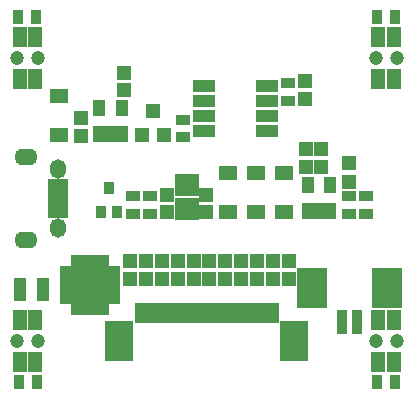
<source format=gbr>
G04 #@! TF.GenerationSoftware,KiCad,Pcbnew,(5.0.0)*
G04 #@! TF.CreationDate,2019-12-04T16:08:42-05:00*
G04 #@! TF.ProjectId,Watchy,5761746368792E6B696361645F706362,rev?*
G04 #@! TF.SameCoordinates,Original*
G04 #@! TF.FileFunction,Soldermask,Bot*
G04 #@! TF.FilePolarity,Negative*
%FSLAX46Y46*%
G04 Gerber Fmt 4.6, Leading zero omitted, Abs format (unit mm)*
G04 Created by KiCad (PCBNEW (5.0.0)) date 12/04/19 16:08:42*
%MOMM*%
%LPD*%
G01*
G04 APERTURE LIST*
%ADD10R,1.300000X1.800000*%
%ADD11C,1.200000*%
%ADD12R,1.150000X1.200000*%
%ADD13R,1.600000X1.300000*%
%ADD14R,1.200000X1.200000*%
%ADD15R,0.900000X2.000000*%
%ADD16R,2.500000X3.400000*%
%ADD17R,1.200000X1.300000*%
%ADD18R,0.900000X1.300000*%
%ADD19R,1.300000X0.900000*%
%ADD20R,1.050000X1.460000*%
%ADD21R,1.950000X1.000000*%
%ADD22R,0.700000X1.700000*%
%ADD23R,2.400000X3.400000*%
%ADD24R,1.750000X0.800000*%
%ADD25O,1.350000X1.650000*%
%ADD26O,1.950000X1.400000*%
%ADD27R,2.000000X1.900000*%
%ADD28R,0.850000X1.100000*%
%ADD29R,1.050000X0.800000*%
%ADD30R,1.700000X1.700000*%
%ADD31R,1.250000X0.700000*%
%ADD32R,0.700000X1.250000*%
G04 APERTURE END LIST*
D10*
G04 #@! TO.C,SW1*
X100130000Y-104050000D03*
D11*
X101680000Y-105850000D03*
X99880000Y-105850000D03*
D10*
X101430000Y-104050000D03*
X101430000Y-107650000D03*
X100130000Y-107650000D03*
G04 #@! TD*
G04 #@! TO.C,SW4*
X71070000Y-107650000D03*
D11*
X69520000Y-105850000D03*
X71320000Y-105850000D03*
D10*
X69770000Y-107650000D03*
X69770000Y-104050000D03*
X71070000Y-104050000D03*
G04 #@! TD*
G04 #@! TO.C,SW2*
X100130000Y-80100000D03*
D11*
X101680000Y-81900000D03*
X99880000Y-81900000D03*
D10*
X101430000Y-80100000D03*
X101430000Y-83700000D03*
X100130000Y-83700000D03*
G04 #@! TD*
G04 #@! TO.C,SW3*
X71070000Y-83700000D03*
D11*
X69520000Y-81900000D03*
X71320000Y-81900000D03*
D10*
X69770000Y-83700000D03*
X69770000Y-80100000D03*
X71070000Y-80100000D03*
G04 #@! TD*
D12*
G04 #@! TO.C,C5*
X83120000Y-100610000D03*
X83120000Y-99110000D03*
G04 #@! TD*
G04 #@! TO.C,C16*
X78590000Y-84620000D03*
X78590000Y-83120000D03*
G04 #@! TD*
G04 #@! TO.C,C17*
X74940000Y-86960000D03*
X74940000Y-88460000D03*
G04 #@! TD*
G04 #@! TO.C,C20*
X93960000Y-89600000D03*
X93960000Y-91100000D03*
G04 #@! TD*
G04 #@! TO.C,C22*
X93940000Y-83840000D03*
X93940000Y-85340000D03*
G04 #@! TD*
D13*
G04 #@! TO.C,D4*
X73090000Y-88420000D03*
X73090000Y-85120000D03*
G04 #@! TD*
D14*
G04 #@! TO.C,D5*
X97610000Y-92400000D03*
X97610000Y-90800000D03*
G04 #@! TD*
D15*
G04 #@! TO.C,J3*
X98298000Y-104250000D03*
X97048000Y-104250000D03*
D16*
X94498000Y-101350000D03*
X100830000Y-101350000D03*
G04 #@! TD*
D17*
G04 #@! TO.C,Q3*
X81990000Y-88410000D03*
X80090000Y-88410000D03*
X81040000Y-86410000D03*
G04 #@! TD*
D18*
G04 #@! TO.C,R1*
X101510000Y-109300000D03*
X100010000Y-109300000D03*
G04 #@! TD*
D19*
G04 #@! TO.C,R4*
X80810000Y-95100000D03*
X80810000Y-93600000D03*
G04 #@! TD*
D18*
G04 #@! TO.C,R7*
X71200000Y-109300000D03*
X69700000Y-109300000D03*
G04 #@! TD*
D19*
G04 #@! TO.C,R12*
X83540000Y-88610000D03*
X83540000Y-87110000D03*
G04 #@! TD*
G04 #@! TO.C,R13*
X99110000Y-95100000D03*
X99110000Y-93600000D03*
G04 #@! TD*
G04 #@! TO.C,R14*
X97660000Y-95100000D03*
X97660000Y-93600000D03*
G04 #@! TD*
G04 #@! TO.C,R15*
X92500000Y-83990000D03*
X92500000Y-85490000D03*
G04 #@! TD*
D20*
G04 #@! TO.C,U2*
X78390000Y-86110000D03*
X76490000Y-86110000D03*
X76490000Y-88310000D03*
X77440000Y-88310000D03*
X78390000Y-88310000D03*
G04 #@! TD*
G04 #@! TO.C,U5*
X96060000Y-94800000D03*
X95110000Y-94800000D03*
X94160000Y-94800000D03*
X94160000Y-92600000D03*
X96060000Y-92600000D03*
G04 #@! TD*
D21*
G04 #@! TO.C,U6*
X90720000Y-88095000D03*
X90720000Y-86825000D03*
X90720000Y-85555000D03*
X90720000Y-84285000D03*
X85320000Y-84285000D03*
X85320000Y-85555000D03*
X85320000Y-86825000D03*
X85320000Y-88095000D03*
G04 #@! TD*
D12*
G04 #@! TO.C,C1*
X80420000Y-99110000D03*
X80420000Y-100610000D03*
G04 #@! TD*
G04 #@! TO.C,C2*
X81770000Y-100610000D03*
X81770000Y-99110000D03*
G04 #@! TD*
G04 #@! TO.C,C4*
X85560000Y-94950000D03*
X85560000Y-93450000D03*
G04 #@! TD*
G04 #@! TO.C,C6*
X82210000Y-94950000D03*
X82210000Y-93450000D03*
G04 #@! TD*
G04 #@! TO.C,C7*
X84470000Y-100610000D03*
X84470000Y-99110000D03*
G04 #@! TD*
G04 #@! TO.C,C8*
X85820000Y-99110000D03*
X85820000Y-100610000D03*
G04 #@! TD*
G04 #@! TO.C,C9*
X87170000Y-99110000D03*
X87170000Y-100610000D03*
G04 #@! TD*
G04 #@! TO.C,C10*
X88520000Y-99110000D03*
X88520000Y-100610000D03*
G04 #@! TD*
G04 #@! TO.C,C11*
X89870000Y-100610000D03*
X89870000Y-99110000D03*
G04 #@! TD*
G04 #@! TO.C,C12*
X91220000Y-99110000D03*
X91220000Y-100610000D03*
G04 #@! TD*
G04 #@! TO.C,C13*
X92570000Y-100610000D03*
X92570000Y-99110000D03*
G04 #@! TD*
G04 #@! TO.C,C14*
X79070000Y-100610000D03*
X79070000Y-99110000D03*
G04 #@! TD*
G04 #@! TO.C,C19*
X95300000Y-91100000D03*
X95300000Y-89600000D03*
G04 #@! TD*
D13*
G04 #@! TO.C,D1*
X92110000Y-91600000D03*
X92110000Y-94900000D03*
G04 #@! TD*
G04 #@! TO.C,D2*
X89760000Y-91600000D03*
X89760000Y-94900000D03*
G04 #@! TD*
G04 #@! TO.C,D3*
X87410000Y-91600000D03*
X87410000Y-94900000D03*
G04 #@! TD*
D22*
G04 #@! TO.C,J1*
X83840000Y-103470000D03*
X84340000Y-103470000D03*
X84840000Y-103470000D03*
X86840000Y-103470000D03*
X87340000Y-103470000D03*
X86340000Y-103470000D03*
X85840000Y-103470000D03*
X85340000Y-103470000D03*
X89340000Y-103470000D03*
X89840000Y-103470000D03*
X90340000Y-103470000D03*
X91340000Y-103470000D03*
X90840000Y-103470000D03*
X88840000Y-103470000D03*
X88340000Y-103470000D03*
X87840000Y-103470000D03*
X83340000Y-103470000D03*
X82840000Y-103470000D03*
X82340000Y-103470000D03*
X81840000Y-103470000D03*
X81340000Y-103470000D03*
X80840000Y-103470000D03*
X80340000Y-103470000D03*
X79840000Y-103470000D03*
D23*
X78190000Y-105820000D03*
X92990000Y-105820000D03*
G04 #@! TD*
D24*
G04 #@! TO.C,J2*
X73000000Y-95070000D03*
X73000000Y-94420000D03*
X73000000Y-93770000D03*
X73000000Y-93120000D03*
X73000000Y-92470000D03*
D25*
X73000000Y-96270000D03*
X73000000Y-91270000D03*
D26*
X70300000Y-97270000D03*
X70300000Y-90270000D03*
G04 #@! TD*
D27*
G04 #@! TO.C,L1*
X83880000Y-92670000D03*
X83880000Y-94670000D03*
G04 #@! TD*
D28*
G04 #@! TO.C,Q1*
X77300000Y-92900000D03*
X76650000Y-94900000D03*
X77950000Y-94900000D03*
G04 #@! TD*
D29*
G04 #@! TO.C,Q2*
X71690000Y-102150000D03*
X71690000Y-100850000D03*
X69790000Y-101500000D03*
X71690000Y-101500000D03*
X69790000Y-100850000D03*
X69790000Y-102150000D03*
G04 #@! TD*
D18*
G04 #@! TO.C,R3*
X101500000Y-78450000D03*
X100000000Y-78450000D03*
G04 #@! TD*
G04 #@! TO.C,R5*
X71140000Y-78450000D03*
X69640000Y-78450000D03*
G04 #@! TD*
D19*
G04 #@! TO.C,R6*
X79360000Y-95100000D03*
X79360000Y-93600000D03*
G04 #@! TD*
D30*
G04 #@! TO.C,U3*
X75070000Y-100460000D03*
X76370000Y-100460000D03*
X75070000Y-101760000D03*
X76370000Y-101760000D03*
D31*
X73770000Y-99860000D03*
X73770000Y-100360000D03*
X73770000Y-100860000D03*
X73770000Y-101360000D03*
X73770000Y-101860000D03*
X73770000Y-102360000D03*
D32*
X74470000Y-103060000D03*
X74970000Y-103060000D03*
X75470000Y-103060000D03*
X75970000Y-103060000D03*
X76470000Y-103060000D03*
X76970000Y-103060000D03*
D31*
X77670000Y-102360000D03*
X77670000Y-101860000D03*
X77670000Y-101360000D03*
X77670000Y-100860000D03*
X77670000Y-100360000D03*
X77670000Y-99860000D03*
D32*
X76970000Y-99160000D03*
X76470000Y-99160000D03*
X75970000Y-99160000D03*
X75470000Y-99160000D03*
X74970000Y-99160000D03*
X74470000Y-99160000D03*
G04 #@! TD*
M02*

</source>
